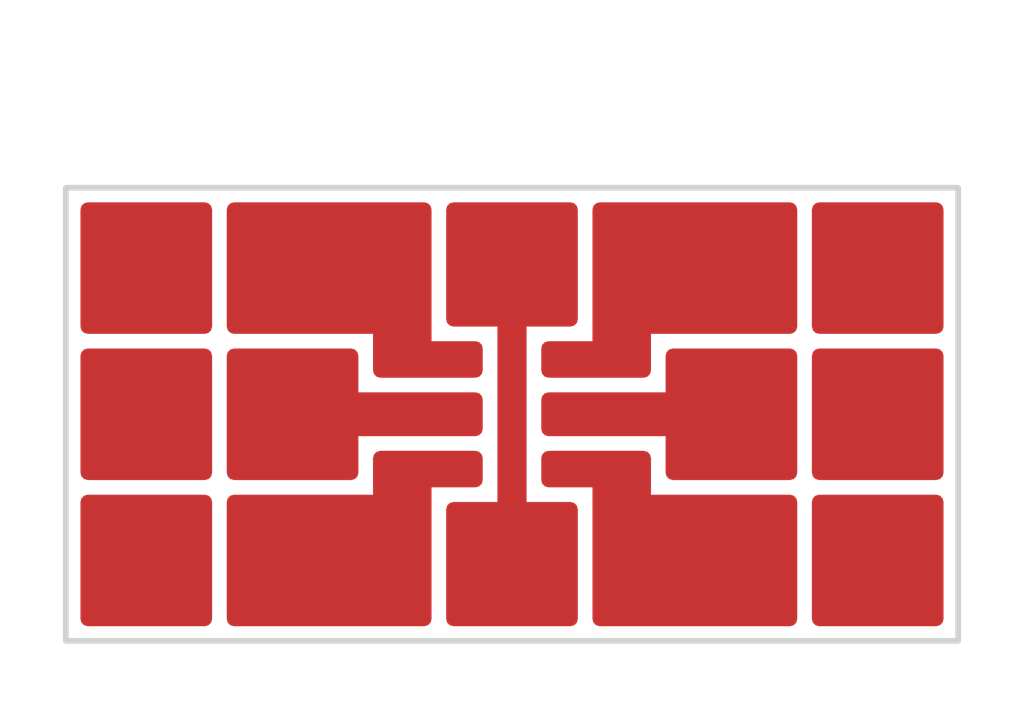
<source format=kicad_pcb>
(kicad_pcb (version 20221018) (generator pcbnew)
  (layers (0 "F.Cu" signal) (31 "B.Cu" signal) (34 "B.Paste" user) (35 "F.Paste" user) (36 "B.SilkS" user "B.Silkscreen") (37 "F.SilkS" user "F.Silkscreen") (38 "B.Mask" user) (39 "F.Mask" user) (44 "Edge.Cuts" user))
  (net 0 "")
  (footprint "Package_TO_SOT_SMD:SOT-23-6" (layer "F.Cu") (at 152.4 101.6)
    (fp_text reference "REF**" hide)
    (fp_text value "SOT-23-6")
  )
  (gr_rect (start 144.653 97.663) (end 160.147 105.537) (stroke (width 0.1)) (fill none) (layer "Edge.Cuts"))
  (zone (net 0) (net_name "") (layer "F.Cu") (connect_pads (clearance 0.127)) (min_thickness 0.254) (fill yes (thermal_gap 0.508) (thermal_bridge_width 0.508))
    (polygon (pts (xy 153.797 102.87) (xy 152.908 102.87) (xy 152.908 102.235) (xy 154.813 102.235) (xy 154.813 102.997) (xy 157.353 102.997) (xy 157.353 105.283) (xy 153.797 105.283)))
  )
  (zone (net 0) (net_name "") (layer "F.Cu") (connect_pads (clearance 0.127)) (min_thickness 0.254) (fill yes (thermal_gap 0.508) (thermal_bridge_width 0.508))
    (polygon (pts (xy 147.193 102.743) (xy 144.907 102.743) (xy 144.907 100.457) (xy 147.193 100.457)))
  )
  (zone (net 0) (net_name "") (layer "F.Cu") (connect_pads (clearance 0.127)) (min_thickness 0.254) (fill yes (thermal_gap 0.508) (thermal_bridge_width 0.508))
    (polygon (pts (xy 159.893 102.743) (xy 157.607 102.743) (xy 157.607 100.457) (xy 159.893 100.457)))
  )
  (zone (net 0) (net_name "") (layer "F.Cu") (connect_pads (clearance 0.127)) (min_thickness 0.254) (fill yes (thermal_gap 0.508) (thermal_bridge_width 0.508))
    (polygon (pts (xy 147.193 105.283) (xy 144.907 105.283) (xy 144.907 102.997) (xy 147.193 102.997)))
  )
  (zone (net 0) (net_name "") (layer "F.Cu") (connect_pads (clearance 0.127)) (min_thickness 0.254) (fill yes (thermal_gap 0.508) (thermal_bridge_width 0.508))
    (polygon (pts (xy 151.003 100.33) (xy 151.892 100.33) (xy 151.892 100.965) (xy 149.987 100.965) (xy 149.987 100.203) (xy 147.447 100.203) (xy 147.447 97.917) (xy 151.003 97.917)))
  )
  (zone (net 0) (net_name "") (layer "F.Cu") (connect_pads (clearance 0.127)) (min_thickness 0.254) (fill yes (thermal_gap 0.508) (thermal_bridge_width 0.508))
    (polygon (pts (xy 151.892 102.87) (xy 151.003 102.87) (xy 151.003 105.283) (xy 147.447 105.283) (xy 147.447 102.997) (xy 149.987 102.997) (xy 149.987 102.235) (xy 151.892 102.235)))
  )
  (zone (net 0) (net_name "") (layer "F.Cu") (connect_pads (clearance 0.127)) (min_thickness 0.254) (fill yes (thermal_gap 0.508) (thermal_bridge_width 0.508))
    (polygon (pts (xy 153.543 100.076) (xy 152.654 100.076) (xy 152.654 103.124) (xy 153.543 103.124) (xy 153.543 105.283) (xy 151.257 105.283) (xy 151.257 103.124) (xy 152.146 103.124) (xy 152.146 100.076) (xy 151.257 100.076) (xy 151.257 97.917) (xy 153.543 97.917)))
  )
  (zone (net 0) (net_name "") (layer "F.Cu") (connect_pads (clearance 0.127)) (min_thickness 0.254) (fill yes (thermal_gap 0.508) (thermal_bridge_width 0.508))
    (polygon (pts (xy 159.893 100.203) (xy 157.607 100.203) (xy 157.607 97.917) (xy 159.893 97.917)))
  )
  (zone (net 0) (net_name "") (layer "F.Cu") (connect_pads (clearance 0.127)) (min_thickness 0.254) (fill yes (thermal_gap 0.508) (thermal_bridge_width 0.508))
    (polygon (pts (xy 149.733 101.219) (xy 151.892 101.219) (xy 151.892 101.981) (xy 149.733 101.981) (xy 149.733 102.743) (xy 147.447 102.743) (xy 147.447 100.457) (xy 149.733 100.457)))
  )
  (zone (net 0) (net_name "") (layer "F.Cu") (connect_pads (clearance 0.127)) (min_thickness 0.254) (fill yes (thermal_gap 0.508) (thermal_bridge_width 0.508))
    (polygon (pts (xy 155.067 101.981) (xy 152.908 101.981) (xy 152.908 101.219) (xy 155.067 101.219) (xy 155.067 100.457) (xy 157.353 100.457) (xy 157.353 102.743) (xy 155.067 102.743)))
  )
  (zone (net 0) (net_name "") (layer "F.Cu") (connect_pads (clearance 0.127)) (min_thickness 0.254) (fill yes (thermal_gap 0.508) (thermal_bridge_width 0.508))
    (polygon (pts (xy 152.908 100.33) (xy 153.797 100.33) (xy 153.797 97.917) (xy 157.353 97.917) (xy 157.353 100.203) (xy 154.813 100.203) (xy 154.813 100.965) (xy 152.908 100.965)))
  )
  (zone (net 0) (net_name "") (layer "F.Cu") (connect_pads (clearance 0.127)) (min_thickness 0.254) (fill yes (thermal_gap 0.508) (thermal_bridge_width 0.508))
    (polygon (pts (xy 147.193 100.203) (xy 144.907 100.203) (xy 144.907 97.917) (xy 147.193 97.917)))
  )
  (zone (net 0) (net_name "") (layer "F.Cu") (connect_pads (clearance 0.127)) (min_thickness 0.254) (fill yes (thermal_gap 0.508) (thermal_bridge_width 0.508))
    (polygon (pts (xy 159.893 105.283) (xy 157.607 105.283) (xy 157.607 102.997) (xy 159.893 102.997)))
  )
)
</source>
